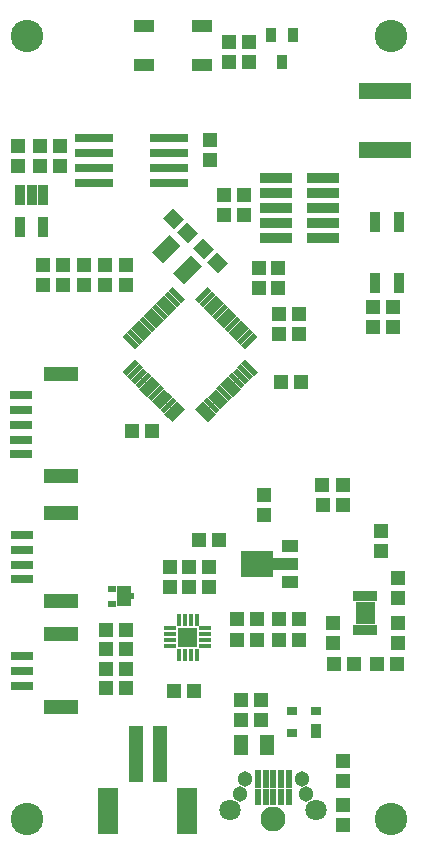
<source format=gbr>
G04 #@! TF.GenerationSoftware,KiCad,Pcbnew,5.0.0-fee4fd1~66~ubuntu16.04.1*
G04 #@! TF.CreationDate,2018-09-07T15:41:25-07:00*
G04 #@! TF.ProjectId,fk-sonar,666B2D736F6E61722E6B696361645F70,0.1*
G04 #@! TF.SameCoordinates,PX791ddc0PY791ddc0*
G04 #@! TF.FileFunction,Soldermask,Top*
G04 #@! TF.FilePolarity,Negative*
%FSLAX46Y46*%
G04 Gerber Fmt 4.6, Leading zero omitted, Abs format (unit mm)*
G04 Created by KiCad (PCBNEW 5.0.0-fee4fd1~66~ubuntu16.04.1) date Fri Sep  7 15:41:25 2018*
%MOMM*%
%LPD*%
G01*
G04 APERTURE LIST*
%ADD10R,1.703200X4.003200*%
%ADD11R,1.203200X4.703200*%
%ADD12R,2.700000X0.950000*%
%ADD13C,2.103200*%
%ADD14C,1.803200*%
%ADD15C,1.303200*%
%ADD16R,0.603200X1.553200*%
%ADD17R,0.603200X1.453200*%
%ADD18R,0.903200X1.653200*%
%ADD19R,1.203200X1.303200*%
%ADD20C,1.203200*%
%ADD21C,0.100000*%
%ADD22R,1.303200X1.203200*%
%ADD23R,0.700000X0.600000*%
%ADD24R,1.300000X1.800000*%
%ADD25R,0.450000X0.600000*%
%ADD26R,0.903200X1.203200*%
%ADD27R,0.903200X0.803200*%
%ADD28R,1.203200X1.703200*%
%ADD29R,4.403200X1.473200*%
%ADD30R,1.903200X0.803200*%
%ADD31R,3.003200X1.203200*%
%ADD32C,2.743200*%
%ADD33C,0.453200*%
%ADD34R,0.890000X0.890000*%
%ADD35R,0.420000X0.990000*%
%ADD36R,0.990000X0.420000*%
%ADD37R,0.990000X0.440000*%
%ADD38R,0.503200X0.953200*%
%ADD39R,0.928200X1.078200*%
%ADD40R,1.403200X1.003200*%
%ADD41R,2.403200X1.003200*%
%ADD42R,2.703200X2.203200*%
%ADD43R,0.853200X1.253200*%
%ADD44R,1.703200X1.103200*%
%ADD45R,0.853200X1.763200*%
%ADD46R,3.203200X0.803200*%
G04 APERTURE END LIST*
D10*
G04 #@! TO.C,J5*
X10693400Y-3069900D03*
X3993400Y-3069900D03*
D11*
X8343400Y1780100D03*
X6343400Y1780100D03*
G04 #@! TD*
D12*
G04 #@! TO.C,J2*
X22180300Y45453300D03*
X18180300Y45453300D03*
X22180300Y46723300D03*
X18180300Y46723300D03*
X22180300Y47993300D03*
X18180300Y47993300D03*
X22180300Y49263300D03*
X18180300Y49263300D03*
X22180300Y50533300D03*
X18180300Y50533300D03*
G04 #@! TD*
D13*
G04 #@! TO.C,J4*
X17960600Y-3728800D03*
D14*
X21585600Y-2953800D03*
X14335600Y-2953800D03*
D15*
X20385600Y-303800D03*
X15535600Y-303800D03*
D16*
X19260600Y-378800D03*
X18610600Y-378800D03*
X17960600Y-378800D03*
X17310600Y-378800D03*
X16660600Y-378800D03*
D15*
X15160600Y-1628800D03*
X20760600Y-1628800D03*
D17*
X19260600Y-1878800D03*
X18610600Y-1878800D03*
X17960600Y-1878800D03*
X17310600Y-1878800D03*
X16660600Y-1878800D03*
G04 #@! TD*
D18*
G04 #@! TO.C,SW1*
X26609800Y46801400D03*
X26609800Y41641400D03*
X28609800Y41641400D03*
X28609800Y46801400D03*
G04 #@! TD*
D19*
G04 #@! TO.C,C1*
X3708400Y41479100D03*
X3708400Y43179100D03*
G04 #@! TD*
G04 #@! TO.C,C2*
X5461900Y41479100D03*
X5461900Y43179100D03*
G04 #@! TD*
D20*
G04 #@! TO.C,C3*
X10697541Y45919059D03*
D21*
G36*
X11583687Y45883704D02*
X10732896Y45032913D01*
X9811395Y45954414D01*
X10662186Y46805205D01*
X11583687Y45883704D01*
X11583687Y45883704D01*
G37*
D20*
X9495459Y47121141D03*
D21*
G36*
X10381605Y47085786D02*
X9530814Y46234995D01*
X8609313Y47156496D01*
X9460104Y48007287D01*
X10381605Y47085786D01*
X10381605Y47085786D01*
G37*
G04 #@! TD*
D20*
G04 #@! TO.C,C4*
X12022759Y44593841D03*
D21*
G36*
X11136613Y44629196D02*
X11987404Y45479987D01*
X12908905Y44558486D01*
X12058114Y43707695D01*
X11136613Y44629196D01*
X11136613Y44629196D01*
G37*
D20*
X13224841Y43391759D03*
D21*
G36*
X12338695Y43427114D02*
X13189486Y44277905D01*
X14110987Y43356404D01*
X13260196Y42505613D01*
X12338695Y43427114D01*
X12338695Y43427114D01*
G37*
G04 #@! TD*
D19*
G04 #@! TO.C,C5*
X16725900Y41263200D03*
X16725900Y42963200D03*
G04 #@! TD*
G04 #@! TO.C,C6*
X18376900Y41263200D03*
X18376900Y42963200D03*
G04 #@! TD*
G04 #@! TO.C,C7*
X1930400Y41479100D03*
X1930400Y43179100D03*
G04 #@! TD*
D22*
G04 #@! TO.C,C8*
X6008000Y29083000D03*
X7708000Y29083000D03*
G04 #@! TD*
G04 #@! TO.C,C9*
X18581000Y33274000D03*
X20281000Y33274000D03*
G04 #@! TD*
G04 #@! TO.C,C10*
X16892900Y6324600D03*
X15192900Y6324600D03*
G04 #@! TD*
D19*
G04 #@! TO.C,C11*
X9184900Y17588600D03*
X9184900Y15888600D03*
G04 #@! TD*
D22*
G04 #@! TO.C,C12*
X15461174Y49100190D03*
X13761174Y49100190D03*
G04 #@! TD*
G04 #@! TO.C,C13*
X15461174Y47385690D03*
X13761174Y47385690D03*
G04 #@! TD*
D19*
G04 #@! TO.C,C14*
X23876000Y-545200D03*
X23876000Y1154800D03*
G04 #@! TD*
D22*
G04 #@! TO.C,C15*
X9541400Y7150100D03*
X11241400Y7150100D03*
G04 #@! TD*
D19*
G04 #@! TO.C,C16*
X12486900Y15888600D03*
X12486900Y17588600D03*
G04 #@! TD*
G04 #@! TO.C,C17*
X23006061Y11144719D03*
X23006061Y12844719D03*
G04 #@! TD*
G04 #@! TO.C,C18*
X28530561Y12908219D03*
X28530561Y11208219D03*
G04 #@! TD*
D22*
G04 #@! TO.C,C19*
X13361400Y19913600D03*
X11661400Y19913600D03*
G04 #@! TD*
D19*
G04 #@! TO.C,C20*
X12573000Y53770900D03*
X12573000Y52070900D03*
G04 #@! TD*
G04 #@! TO.C,C21*
X17170400Y23735400D03*
X17170400Y22035400D03*
G04 #@! TD*
D23*
G04 #@! TO.C,D5*
X4272200Y15763000D03*
X4272200Y14463000D03*
D24*
X5322200Y15113000D03*
D25*
X5997200Y15113000D03*
G04 #@! TD*
D26*
G04 #@! TO.C,D6*
X21548600Y3745800D03*
D27*
X21548600Y5445800D03*
X19548600Y5445800D03*
X19548600Y3545800D03*
G04 #@! TD*
D22*
G04 #@! TO.C,D7*
X20131400Y11468100D03*
X18431400Y11468100D03*
G04 #@! TD*
G04 #@! TO.C,D8*
X20131400Y13182600D03*
X18431400Y13182600D03*
G04 #@! TD*
D28*
G04 #@! TO.C,F1*
X15196900Y2514600D03*
X17396900Y2514600D03*
G04 #@! TD*
D29*
G04 #@! TO.C,J3*
X27457400Y52890800D03*
X27457400Y57890800D03*
G04 #@! TD*
D30*
G04 #@! TO.C,J9*
X-3372400Y32141800D03*
X-3372400Y30891800D03*
X-3372400Y29641800D03*
X-3372400Y28391800D03*
X-3372400Y27141800D03*
D31*
X-22400Y33991800D03*
X-22400Y25291800D03*
G04 #@! TD*
D19*
G04 #@! TO.C,L1*
X152400Y41479100D03*
X152400Y43179100D03*
G04 #@! TD*
D22*
G04 #@! TO.C,L2*
X16892900Y4660900D03*
X15192900Y4660900D03*
G04 #@! TD*
D32*
G04 #@! TO.C,M1*
X27902800Y62539200D03*
G04 #@! TD*
G04 #@! TO.C,M3*
X-2900000Y-3760800D03*
G04 #@! TD*
G04 #@! TO.C,M4*
X27902800Y-3760800D03*
G04 #@! TD*
G04 #@! TO.C,M6*
X-2900000Y62539200D03*
G04 #@! TD*
D22*
G04 #@! TO.C,R2*
X26404200Y37922200D03*
X28104200Y37922200D03*
G04 #@! TD*
G04 #@! TO.C,R3*
X26404200Y39624000D03*
X28104200Y39624000D03*
G04 #@! TD*
D19*
G04 #@! TO.C,R7*
X10835900Y17588600D03*
X10835900Y15888600D03*
G04 #@! TD*
D22*
G04 #@! TO.C,R8*
X3826400Y12293600D03*
X5526400Y12293600D03*
G04 #@! TD*
G04 #@! TO.C,R9*
X20180300Y37350700D03*
X18480300Y37350700D03*
G04 #@! TD*
G04 #@! TO.C,R10*
X3826400Y10642600D03*
X5526400Y10642600D03*
G04 #@! TD*
G04 #@! TO.C,R11*
X3826400Y8991600D03*
X5526400Y8991600D03*
G04 #@! TD*
G04 #@! TO.C,R12*
X20180300Y39001700D03*
X18480300Y39001700D03*
G04 #@! TD*
D19*
G04 #@! TO.C,R13*
X23881037Y-2533317D03*
X23881037Y-4233317D03*
G04 #@! TD*
D22*
G04 #@! TO.C,R14*
X22127100Y24574500D03*
X23827100Y24574500D03*
G04 #@! TD*
G04 #@! TO.C,R15*
X22139800Y22872700D03*
X23839800Y22872700D03*
G04 #@! TD*
G04 #@! TO.C,R16*
X14875400Y11468100D03*
X16575400Y11468100D03*
G04 #@! TD*
G04 #@! TO.C,R17*
X14875400Y13182600D03*
X16575400Y13182600D03*
G04 #@! TD*
G04 #@! TO.C,R18*
X5526400Y7340600D03*
X3826400Y7340600D03*
G04 #@! TD*
G04 #@! TO.C,R19*
X23069561Y9391219D03*
X24769561Y9391219D03*
G04 #@! TD*
G04 #@! TO.C,R20*
X28467061Y9391219D03*
X26767061Y9391219D03*
G04 #@! TD*
D19*
G04 #@! TO.C,R21*
X28527000Y16660600D03*
X28527000Y14960600D03*
G04 #@! TD*
G04 #@! TO.C,R22*
X27104600Y18936600D03*
X27104600Y20636600D03*
G04 #@! TD*
D33*
G04 #@! TO.C,U1*
X9784029Y40638058D03*
D21*
G36*
X9092337Y41009289D02*
X9412798Y41329750D01*
X10475721Y40266827D01*
X10155260Y39946366D01*
X9092337Y41009289D01*
X9092337Y41009289D01*
G37*
D33*
X9430476Y40284505D03*
D21*
G36*
X8738784Y40655736D02*
X9059245Y40976197D01*
X10122168Y39913274D01*
X9801707Y39592813D01*
X8738784Y40655736D01*
X8738784Y40655736D01*
G37*
D33*
X9076922Y39930951D03*
D21*
G36*
X8385230Y40302182D02*
X8705691Y40622643D01*
X9768614Y39559720D01*
X9448153Y39239259D01*
X8385230Y40302182D01*
X8385230Y40302182D01*
G37*
D33*
X8723369Y39577398D03*
D21*
G36*
X8031677Y39948629D02*
X8352138Y40269090D01*
X9415061Y39206167D01*
X9094600Y38885706D01*
X8031677Y39948629D01*
X8031677Y39948629D01*
G37*
D33*
X8369816Y39223845D03*
D21*
G36*
X7678124Y39595076D02*
X7998585Y39915537D01*
X9061508Y38852614D01*
X8741047Y38532153D01*
X7678124Y39595076D01*
X7678124Y39595076D01*
G37*
D33*
X8016262Y38870291D03*
D21*
G36*
X7324570Y39241522D02*
X7645031Y39561983D01*
X8707954Y38499060D01*
X8387493Y38178599D01*
X7324570Y39241522D01*
X7324570Y39241522D01*
G37*
D33*
X7662709Y38516738D03*
D21*
G36*
X6971017Y38887969D02*
X7291478Y39208430D01*
X8354401Y38145507D01*
X8033940Y37825046D01*
X6971017Y38887969D01*
X6971017Y38887969D01*
G37*
D33*
X7309155Y38163184D03*
D21*
G36*
X6617463Y38534415D02*
X6937924Y38854876D01*
X8000847Y37791953D01*
X7680386Y37471492D01*
X6617463Y38534415D01*
X6617463Y38534415D01*
G37*
D33*
X6955602Y37809631D03*
D21*
G36*
X6263910Y38180862D02*
X6584371Y38501323D01*
X7647294Y37438400D01*
X7326833Y37117939D01*
X6263910Y38180862D01*
X6263910Y38180862D01*
G37*
D33*
X6602049Y37456078D03*
D21*
G36*
X5910357Y37827309D02*
X6230818Y38147770D01*
X7293741Y37084847D01*
X6973280Y36764386D01*
X5910357Y37827309D01*
X5910357Y37827309D01*
G37*
D33*
X6248495Y37102524D03*
D21*
G36*
X5556803Y37473755D02*
X5877264Y37794216D01*
X6940187Y36731293D01*
X6619726Y36410832D01*
X5556803Y37473755D01*
X5556803Y37473755D01*
G37*
D33*
X5894942Y36748971D03*
D21*
G36*
X5203250Y37120202D02*
X5523711Y37440663D01*
X6586634Y36377740D01*
X6266173Y36057279D01*
X5203250Y37120202D01*
X5203250Y37120202D01*
G37*
D33*
X5894942Y34486229D03*
D21*
G36*
X5523711Y33794537D02*
X5203250Y34114998D01*
X6266173Y35177921D01*
X6586634Y34857460D01*
X5523711Y33794537D01*
X5523711Y33794537D01*
G37*
D33*
X6248495Y34132676D03*
D21*
G36*
X5877264Y33440984D02*
X5556803Y33761445D01*
X6619726Y34824368D01*
X6940187Y34503907D01*
X5877264Y33440984D01*
X5877264Y33440984D01*
G37*
D33*
X6602049Y33779122D03*
D21*
G36*
X6230818Y33087430D02*
X5910357Y33407891D01*
X6973280Y34470814D01*
X7293741Y34150353D01*
X6230818Y33087430D01*
X6230818Y33087430D01*
G37*
D33*
X6955602Y33425569D03*
D21*
G36*
X6584371Y32733877D02*
X6263910Y33054338D01*
X7326833Y34117261D01*
X7647294Y33796800D01*
X6584371Y32733877D01*
X6584371Y32733877D01*
G37*
D33*
X7309155Y33072016D03*
D21*
G36*
X6937924Y32380324D02*
X6617463Y32700785D01*
X7680386Y33763708D01*
X8000847Y33443247D01*
X6937924Y32380324D01*
X6937924Y32380324D01*
G37*
D33*
X7662709Y32718462D03*
D21*
G36*
X7291478Y32026770D02*
X6971017Y32347231D01*
X8033940Y33410154D01*
X8354401Y33089693D01*
X7291478Y32026770D01*
X7291478Y32026770D01*
G37*
D33*
X8016262Y32364909D03*
D21*
G36*
X7645031Y31673217D02*
X7324570Y31993678D01*
X8387493Y33056601D01*
X8707954Y32736140D01*
X7645031Y31673217D01*
X7645031Y31673217D01*
G37*
D33*
X8369816Y32011355D03*
D21*
G36*
X7998585Y31319663D02*
X7678124Y31640124D01*
X8741047Y32703047D01*
X9061508Y32382586D01*
X7998585Y31319663D01*
X7998585Y31319663D01*
G37*
D33*
X8723369Y31657802D03*
D21*
G36*
X8352138Y30966110D02*
X8031677Y31286571D01*
X9094600Y32349494D01*
X9415061Y32029033D01*
X8352138Y30966110D01*
X8352138Y30966110D01*
G37*
D33*
X9076922Y31304249D03*
D21*
G36*
X8705691Y30612557D02*
X8385230Y30933018D01*
X9448153Y31995941D01*
X9768614Y31675480D01*
X8705691Y30612557D01*
X8705691Y30612557D01*
G37*
D33*
X9430476Y30950695D03*
D21*
G36*
X9059245Y30259003D02*
X8738784Y30579464D01*
X9801707Y31642387D01*
X10122168Y31321926D01*
X9059245Y30259003D01*
X9059245Y30259003D01*
G37*
D33*
X9784029Y30597142D03*
D21*
G36*
X9412798Y29905450D02*
X9092337Y30225911D01*
X10155260Y31288834D01*
X10475721Y30968373D01*
X9412798Y29905450D01*
X9412798Y29905450D01*
G37*
D33*
X12046771Y30597142D03*
D21*
G36*
X11355079Y30968373D02*
X11675540Y31288834D01*
X12738463Y30225911D01*
X12418002Y29905450D01*
X11355079Y30968373D01*
X11355079Y30968373D01*
G37*
D33*
X12400324Y30950695D03*
D21*
G36*
X11708632Y31321926D02*
X12029093Y31642387D01*
X13092016Y30579464D01*
X12771555Y30259003D01*
X11708632Y31321926D01*
X11708632Y31321926D01*
G37*
D33*
X12753878Y31304249D03*
D21*
G36*
X12062186Y31675480D02*
X12382647Y31995941D01*
X13445570Y30933018D01*
X13125109Y30612557D01*
X12062186Y31675480D01*
X12062186Y31675480D01*
G37*
D33*
X13107431Y31657802D03*
D21*
G36*
X12415739Y32029033D02*
X12736200Y32349494D01*
X13799123Y31286571D01*
X13478662Y30966110D01*
X12415739Y32029033D01*
X12415739Y32029033D01*
G37*
D33*
X13460984Y32011355D03*
D21*
G36*
X12769292Y32382586D02*
X13089753Y32703047D01*
X14152676Y31640124D01*
X13832215Y31319663D01*
X12769292Y32382586D01*
X12769292Y32382586D01*
G37*
D33*
X13814538Y32364909D03*
D21*
G36*
X13122846Y32736140D02*
X13443307Y33056601D01*
X14506230Y31993678D01*
X14185769Y31673217D01*
X13122846Y32736140D01*
X13122846Y32736140D01*
G37*
D33*
X14168091Y32718462D03*
D21*
G36*
X13476399Y33089693D02*
X13796860Y33410154D01*
X14859783Y32347231D01*
X14539322Y32026770D01*
X13476399Y33089693D01*
X13476399Y33089693D01*
G37*
D33*
X14521645Y33072016D03*
D21*
G36*
X13829953Y33443247D02*
X14150414Y33763708D01*
X15213337Y32700785D01*
X14892876Y32380324D01*
X13829953Y33443247D01*
X13829953Y33443247D01*
G37*
D33*
X14875198Y33425569D03*
D21*
G36*
X14183506Y33796800D02*
X14503967Y34117261D01*
X15566890Y33054338D01*
X15246429Y32733877D01*
X14183506Y33796800D01*
X14183506Y33796800D01*
G37*
D33*
X15228751Y33779122D03*
D21*
G36*
X14537059Y34150353D02*
X14857520Y34470814D01*
X15920443Y33407891D01*
X15599982Y33087430D01*
X14537059Y34150353D01*
X14537059Y34150353D01*
G37*
D33*
X15582305Y34132676D03*
D21*
G36*
X14890613Y34503907D02*
X15211074Y34824368D01*
X16273997Y33761445D01*
X15953536Y33440984D01*
X14890613Y34503907D01*
X14890613Y34503907D01*
G37*
D33*
X15935858Y34486229D03*
D21*
G36*
X15244166Y34857460D02*
X15564627Y35177921D01*
X16627550Y34114998D01*
X16307089Y33794537D01*
X15244166Y34857460D01*
X15244166Y34857460D01*
G37*
D33*
X15935858Y36748971D03*
D21*
G36*
X15564627Y36057279D02*
X15244166Y36377740D01*
X16307089Y37440663D01*
X16627550Y37120202D01*
X15564627Y36057279D01*
X15564627Y36057279D01*
G37*
D33*
X15582305Y37102524D03*
D21*
G36*
X15211074Y36410832D02*
X14890613Y36731293D01*
X15953536Y37794216D01*
X16273997Y37473755D01*
X15211074Y36410832D01*
X15211074Y36410832D01*
G37*
D33*
X15228751Y37456078D03*
D21*
G36*
X14857520Y36764386D02*
X14537059Y37084847D01*
X15599982Y38147770D01*
X15920443Y37827309D01*
X14857520Y36764386D01*
X14857520Y36764386D01*
G37*
D33*
X14875198Y37809631D03*
D21*
G36*
X14503967Y37117939D02*
X14183506Y37438400D01*
X15246429Y38501323D01*
X15566890Y38180862D01*
X14503967Y37117939D01*
X14503967Y37117939D01*
G37*
D33*
X14521645Y38163184D03*
D21*
G36*
X14150414Y37471492D02*
X13829953Y37791953D01*
X14892876Y38854876D01*
X15213337Y38534415D01*
X14150414Y37471492D01*
X14150414Y37471492D01*
G37*
D33*
X14168091Y38516738D03*
D21*
G36*
X13796860Y37825046D02*
X13476399Y38145507D01*
X14539322Y39208430D01*
X14859783Y38887969D01*
X13796860Y37825046D01*
X13796860Y37825046D01*
G37*
D33*
X13814538Y38870291D03*
D21*
G36*
X13443307Y38178599D02*
X13122846Y38499060D01*
X14185769Y39561983D01*
X14506230Y39241522D01*
X13443307Y38178599D01*
X13443307Y38178599D01*
G37*
D33*
X13460984Y39223845D03*
D21*
G36*
X13089753Y38532153D02*
X12769292Y38852614D01*
X13832215Y39915537D01*
X14152676Y39595076D01*
X13089753Y38532153D01*
X13089753Y38532153D01*
G37*
D33*
X13107431Y39577398D03*
D21*
G36*
X12736200Y38885706D02*
X12415739Y39206167D01*
X13478662Y40269090D01*
X13799123Y39948629D01*
X12736200Y38885706D01*
X12736200Y38885706D01*
G37*
D33*
X12753878Y39930951D03*
D21*
G36*
X12382647Y39239259D02*
X12062186Y39559720D01*
X13125109Y40622643D01*
X13445570Y40302182D01*
X12382647Y39239259D01*
X12382647Y39239259D01*
G37*
D33*
X12400324Y40284505D03*
D21*
G36*
X12029093Y39592813D02*
X11708632Y39913274D01*
X12771555Y40976197D01*
X13092016Y40655736D01*
X12029093Y39592813D01*
X12029093Y39592813D01*
G37*
D33*
X12046771Y40638058D03*
D21*
G36*
X11675540Y39946366D02*
X11355079Y40266827D01*
X12418002Y41329750D01*
X12738463Y41009289D01*
X11675540Y39946366D01*
X11675540Y39946366D01*
G37*
G04 #@! TD*
D34*
G04 #@! TO.C,U3*
X11095900Y12048100D03*
X10345900Y12048100D03*
X10345900Y11298100D03*
X11095900Y11298100D03*
D35*
X9970900Y10198100D03*
X10470900Y10198100D03*
X10970900Y10198100D03*
X11470900Y10198100D03*
D36*
X12195900Y10923100D03*
X12195900Y11423100D03*
D37*
X12195900Y11923100D03*
D36*
X12195900Y12423100D03*
D35*
X11470900Y13148100D03*
X10970900Y13148100D03*
X10470900Y13148100D03*
X9970900Y13148100D03*
D36*
X9245900Y12423100D03*
X9245900Y11923100D03*
X9245900Y11423100D03*
D37*
X9245900Y10923100D03*
G04 #@! TD*
D38*
G04 #@! TO.C,U5*
X25005061Y12252219D03*
X25505061Y12252219D03*
X26005061Y12252219D03*
X26505061Y12252219D03*
X26505061Y15152219D03*
X26005061Y15152219D03*
X25505061Y15152219D03*
X25005061Y15152219D03*
D39*
X26117561Y14139719D03*
X25392561Y14139719D03*
X26117561Y13264719D03*
X25392561Y13264719D03*
G04 #@! TD*
D40*
G04 #@! TO.C,U6*
X19408400Y16357600D03*
D41*
X18908400Y17857600D03*
D40*
X19408400Y19357600D03*
D42*
X16558400Y17857600D03*
G04 #@! TD*
D15*
G04 #@! TO.C,Y1*
X8920517Y44546483D03*
D21*
G36*
X7716173Y44263640D02*
X9203360Y45750827D01*
X10124861Y44829326D01*
X8637674Y43342139D01*
X7716173Y44263640D01*
X7716173Y44263640D01*
G37*
D15*
X10688283Y42778717D03*
D21*
G36*
X9483939Y42495874D02*
X10971126Y43983061D01*
X11892627Y43061560D01*
X10405440Y41574373D01*
X9483939Y42495874D01*
X9483939Y42495874D01*
G37*
G04 #@! TD*
D22*
G04 #@! TO.C,D1*
X15937600Y62026800D03*
X14237600Y62026800D03*
G04 #@! TD*
D43*
G04 #@! TO.C,Q1*
X19644400Y62694200D03*
X17744400Y62694200D03*
X18694400Y60394200D03*
G04 #@! TD*
D22*
G04 #@! TO.C,R1*
X14237600Y60350400D03*
X15937600Y60350400D03*
G04 #@! TD*
D44*
G04 #@! TO.C,U7*
X11924200Y60072000D03*
X11924200Y63372000D03*
X7024200Y63372000D03*
X7024200Y60072000D03*
G04 #@! TD*
D30*
G04 #@! TO.C,J1*
X-3321600Y10063800D03*
X-3321600Y8813800D03*
X-3321600Y7563800D03*
D31*
X28400Y11913800D03*
X28400Y5713800D03*
G04 #@! TD*
D30*
G04 #@! TO.C,J6*
X-3347000Y20315400D03*
X-3347000Y19065400D03*
X-3347000Y17815400D03*
X-3347000Y16565400D03*
D31*
X3000Y22165400D03*
X3000Y14715400D03*
G04 #@! TD*
D19*
G04 #@! TO.C,C22*
X-1574800Y43166400D03*
X-1574800Y41466400D03*
G04 #@! TD*
D22*
G04 #@! TO.C,C23*
X-116103Y51575845D03*
X-1816103Y51575845D03*
G04 #@! TD*
G04 #@! TO.C,C24*
X-1816103Y53226845D03*
X-116103Y53226845D03*
G04 #@! TD*
D19*
G04 #@! TO.C,R4*
X-3632200Y51575600D03*
X-3632200Y53275600D03*
G04 #@! TD*
D45*
G04 #@! TO.C,U8*
X-1539200Y49076600D03*
X-2489200Y49076600D03*
X-3439200Y49076600D03*
X-3439200Y46376600D03*
X-1539200Y46376600D03*
G04 #@! TD*
D46*
G04 #@! TO.C,U4*
X9169000Y53898800D03*
X9169000Y52628800D03*
X9169000Y51358800D03*
X9169000Y50088800D03*
X2769000Y50088800D03*
X2769000Y51358800D03*
X2769000Y52628800D03*
X2769000Y53898800D03*
G04 #@! TD*
M02*

</source>
